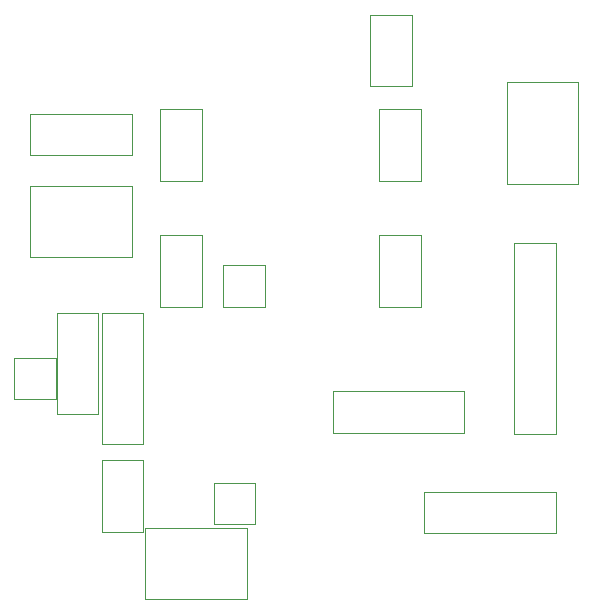
<source format=gbr>
G04 #@! TF.FileFunction,Other,User*
%FSLAX46Y46*%
G04 Gerber Fmt 4.6, Leading zero omitted, Abs format (unit mm)*
G04 Created by KiCad (PCBNEW 4.0.2+dfsg1-stable) date Thu 14 Apr 2016 07:40:31 AM EDT*
%MOMM*%
G01*
G04 APERTURE LIST*
%ADD10C,0.100000*%
%ADD11C,0.050000*%
G04 APERTURE END LIST*
D10*
D11*
X15339000Y12164000D02*
X15339000Y6114000D01*
X11839000Y12164000D02*
X11839000Y6114000D01*
X15339000Y12164000D02*
X11839000Y12164000D01*
X15339000Y6114000D02*
X11839000Y6114000D01*
X50264000Y5997000D02*
X39114000Y5997000D01*
X50264000Y9497000D02*
X39114000Y9497000D01*
X50264000Y5997000D02*
X50264000Y9497000D01*
X39114000Y5997000D02*
X39114000Y9497000D01*
X15335968Y24670348D02*
X15335968Y13520348D01*
X11835968Y24670348D02*
X11835968Y13520348D01*
X15335968Y24670348D02*
X11835968Y24670348D01*
X15335968Y13520348D02*
X11835968Y13520348D01*
X50264000Y30578999D02*
X50264000Y14378999D01*
X46764000Y30578999D02*
X46764000Y14378999D01*
X50264000Y30578999D02*
X46764000Y30578999D01*
X50264000Y14378999D02*
X46764000Y14378999D01*
X5743001Y41501000D02*
X14343001Y41501000D01*
X5743001Y38001000D02*
X14343001Y38001000D01*
X5743001Y41501000D02*
X5743001Y38001000D01*
X14343001Y41501000D02*
X14343001Y38001000D01*
X11529000Y24670348D02*
X11529000Y16070348D01*
X8029000Y24670348D02*
X8029000Y16070348D01*
X11529000Y24670348D02*
X8029000Y24670348D01*
X11529000Y16070348D02*
X8029000Y16070348D01*
X42516999Y14506000D02*
X31366999Y14506000D01*
X42516999Y18006000D02*
X31366999Y18006000D01*
X42516999Y14506000D02*
X42516999Y18006000D01*
X31366999Y14506000D02*
X31366999Y18006000D01*
X5743000Y35405000D02*
X14343000Y35405000D01*
X5743000Y29355000D02*
X14343000Y29355000D01*
X5743000Y35405000D02*
X5743000Y29355000D01*
X14343000Y35405000D02*
X14343000Y29355000D01*
X52169000Y44168000D02*
X52169000Y35568000D01*
X46119000Y44168000D02*
X46119000Y35568000D01*
X52169000Y44168000D02*
X46119000Y44168000D01*
X52169000Y35568000D02*
X46119000Y35568000D01*
X24102000Y409000D02*
X15502000Y409000D01*
X24102000Y6459000D02*
X15502000Y6459000D01*
X24102000Y409000D02*
X24102000Y6459000D01*
X15502000Y409000D02*
X15502000Y6459000D01*
X16792000Y25174000D02*
X16792000Y31224000D01*
X20292000Y25174000D02*
X20292000Y31224000D01*
X16792000Y25174000D02*
X20292000Y25174000D01*
X16792000Y31224000D02*
X20292000Y31224000D01*
X35334000Y25174000D02*
X38834000Y25174000D01*
X16792000Y35842000D02*
X20292000Y35842000D01*
X35334000Y35842000D02*
X38834000Y35842000D01*
X35334000Y25174000D02*
X35334000Y31224000D01*
X16792000Y35842000D02*
X16792000Y41892000D01*
X35334000Y35842000D02*
X35334000Y41892000D01*
X38834000Y25174000D02*
X38834000Y31224000D01*
X20292000Y35842000D02*
X20292000Y41892000D01*
X38834000Y35842000D02*
X38834000Y41892000D01*
X35334000Y31224000D02*
X38834000Y31224000D01*
X16792000Y41892000D02*
X20292000Y41892000D01*
X35334000Y41892000D02*
X38834000Y41892000D01*
X34572000Y43843000D02*
X34572000Y49893000D01*
X38072000Y43843000D02*
X38072000Y49893000D01*
X34572000Y43843000D02*
X38072000Y43843000D01*
X34572000Y49893000D02*
X38072000Y49893000D01*
X4425000Y17353000D02*
X4425000Y20853000D01*
X7925000Y17353000D02*
X7925000Y20853000D01*
X4425000Y17353000D02*
X7925000Y17353000D01*
X4425000Y20853000D02*
X7925000Y20853000D01*
X21325000Y6753000D02*
X21325000Y10253000D01*
X24825000Y6753000D02*
X24825000Y10253000D01*
X21325000Y6753000D02*
X24825000Y6753000D01*
X21325000Y10253000D02*
X24825000Y10253000D01*
X22125000Y25153000D02*
X22125000Y28653000D01*
X25625000Y25153000D02*
X25625000Y28653000D01*
X22125000Y25153000D02*
X25625000Y25153000D01*
X22125000Y28653000D02*
X25625000Y28653000D01*
M02*

</source>
